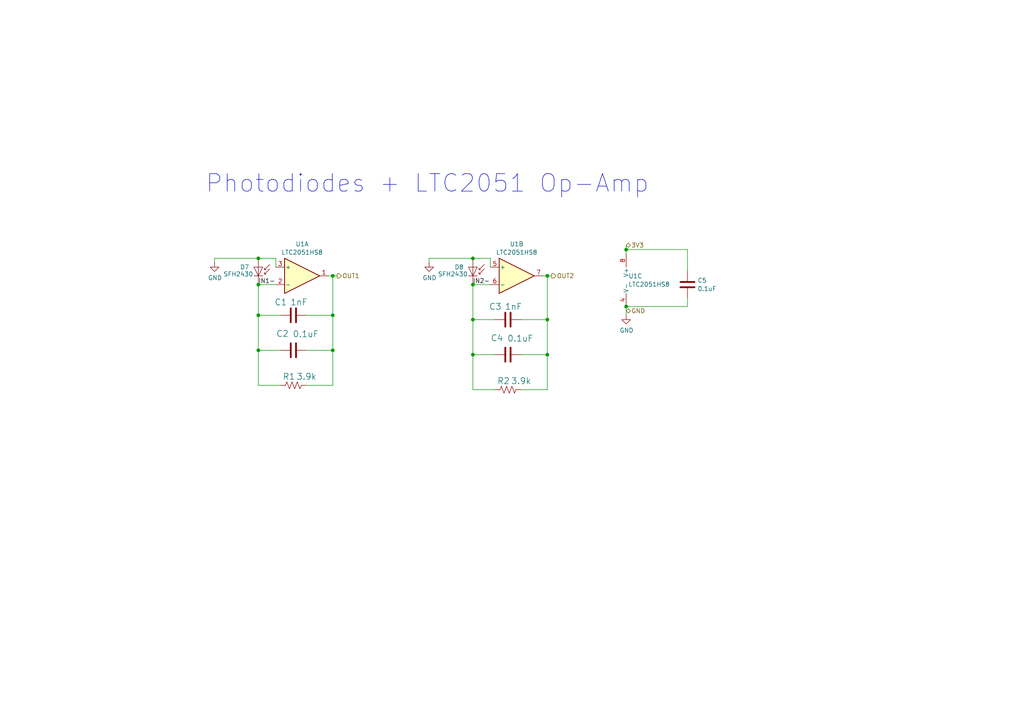
<source format=kicad_sch>
(kicad_sch (version 20250114) (generator "eeschema") (generator_version "9.0")
  (paper "A4")
  (title_block (title "Z+ Panel") (date "2025-04-07") (rev "2.4") (company "Stanford Student Space Initiative") (comment 1 "Kaitlyn Letherer"))
  (lib_symbols
    (symbol "Device:C" (pin_numbers (hide yes)) (pin_names (offset 0.254))
      (property "Reference" "C" (at 0.635 2.54 0))
      (property "Value" "C" (at 0.635 -2.54 0))
      (symbol "C_0_1"
        (polyline (pts (xy -2.032 0.762) (xy 2.032 0.762)) (stroke (width 0.508)))
        (polyline (pts (xy -2.032 -0.762) (xy 2.032 -0.762)) (stroke (width 0.508)))
      )
      (symbol "C_1_1"
        (pin passive line (at 0 3.81 270) (length 2.794) (name "~") (number "1"))
        (pin passive line (at 0 -3.81 90) (length 2.794) (name "~") (number "2"))
      )
    )
    (symbol "Device:R_US" (pin_numbers (hide yes)) (pin_names (offset 0))
      (property "Reference" "R" (at 2.54 0 90))
      (property "Value" "R_US" (at -2.54 0 90))
      (symbol "R_US_0_1"
        (polyline (pts (xy 0 2.286) (xy 0 2.54)))
        (polyline (pts (xy 0 2.286) (xy 1.016 1.905) (xy 0 1.524) (xy -1.016 1.143) (xy 0 0.762)))
        (polyline (pts (xy 0 0.762) (xy 1.016 0.381) (xy 0 0) (xy -1.016 -0.381) (xy 0 -0.762)))
        (polyline (pts (xy 0 -0.762) (xy 1.016 -1.143) (xy 0 -1.524) (xy -1.016 -1.905) (xy 0 -2.286)))
        (polyline (pts (xy 0 -2.286) (xy 0 -2.54)))
      )
      (symbol "R_US_1_1"
        (pin passive line (at 0 3.81 270) (length 1.27) (name "~") (number "1"))
        (pin passive line (at 0 -3.81 90) (length 1.27) (name "~") (number "2"))
      )
    )
    (symbol "Sensor_Optical:SFH2430" (pin_numbers (hide yes)) (pin_names (offset 1.016) (hide yes))
      (property "Reference" "D" (at 0.508 1.778 0))
      (property "Value" "SFH2430" (at -1.016 -2.794 0))
      (symbol "SFH2430_0_1"
        (polyline (pts (xy -2.54 1.27) (xy -2.54 -1.27)) (stroke (width 0.1524)))
        (polyline (pts (xy -2.032 1.778) (xy -1.524 1.778)))
        (polyline (pts (xy -0.508 3.302) (xy -2.032 1.778) (xy -2.032 2.286)))
        (polyline (pts (xy 0 1.27) (xy -2.54 0) (xy 0 -1.27)))
        (polyline (pts (xy 0 0) (xy -2.54 0)))
        (polyline (pts (xy 0 -1.27) (xy 0 1.27)))
        (polyline (pts (xy 0.762 3.302) (xy -0.762 1.778) (xy -0.762 2.286) (xy -0.762 1.778) (xy -0.254 1.778)))
      )
      (symbol "SFH2430_1_1"
        (pin passive line (at -5.08 0 0) (length 2.54) (name "K") (number "1"))
        (pin passive line (at 2.54 0 180) (length 2.54) (name "A") (number "2"))
      )
    )
    (symbol "power:GND" (power) (pin_numbers (hide yes)) (pin_names (offset 0) (hide yes))
      (property "Value" "GND" (at 0 -3.81 0))
      (symbol "GND_0_1"
        (polyline (pts (xy 0 0) (xy 0 -1.27) (xy 1.27 -1.27) (xy 0 -2.54) (xy -1.27 -1.27) (xy 0 -1.27)))
      )
      (symbol "GND_1_1"
        (pin power_in line (at 0 0 270) (length 0) (name "~") (number "1"))
      )
    )
    (symbol "ssi_IC:LTC2051HS8" (pin_names (offset 0.127))
      (property "Reference" "U" (at 5.08 7.62 0))
      (property "Value" "LTC2051HS8" (at 5.08 5.08 0))
      (symbol "LTC2051HS8_1_1"
        (polyline (pts (xy -5.08 5.08) (xy -5.08 -5.08) (xy 5.08 0) (xy -5.08 5.08)) (stroke (width 0.254)) (fill (type background)))
        (pin input line (at -7.62 2.54 0) (length 2.54) (name "+") (number "3"))
        (pin input line (at -7.62 -2.54 0) (length 2.54) (name "-") (number "2"))
        (pin output line (at 7.62 0 180) (length 2.54) (name "~") (number "1"))
      )
      (symbol "LTC2051HS8_2_1"
        (polyline (pts (xy -5.08 5.08) (xy -5.08 -5.08) (xy 5.08 0) (xy -5.08 5.08)) (stroke (width 0.254)) (fill (type background)))
        (pin input line (at -7.62 2.54 0) (length 2.54) (name "+") (number "5"))
        (pin input line (at -7.62 -2.54 0) (length 2.54) (name "-") (number "6"))
        (pin output line (at 7.62 0 180) (length 2.54) (name "~") (number "7"))
      )
      (symbol "LTC2051HS8_3_1"
        (pin power_in line (at -2.54 7.62 270) (length 3.81) (name "V+") (number "8"))
        (pin power_in line (at -2.54 -7.62 90) (length 3.81) (name "V-") (number "4"))
      )
    )
  )
  (text "Photodiodes + LTC2051 Op-Amp" (at 123.952 53.34 0) (effects (font (size 5.08 5.08))))
  (junction (at 137.16 102.87))
  (junction (at 137.16 82.55))
  (junction (at 96.52 80.01))
  (junction (at 74.93 82.55))
  (junction (at 74.93 101.6))
  (junction (at 181.61 72.39))
  (junction (at 137.16 74.93))
  (junction (at 158.75 92.71))
  (junction (at 74.93 74.93))
  (junction (at 96.52 101.6))
  (junction (at 137.16 92.71))
  (junction (at 181.61 88.9))
  (junction (at 158.75 102.87))
  (junction (at 74.93 91.44))
  (junction (at 96.52 91.44))
  (junction (at 158.75 80.01))
  (wire (pts (xy 74.93 101.6) (xy 74.93 111.76)))
  (wire (pts (xy 74.93 91.44) (xy 74.93 101.6)))
  (wire (pts (xy 157.48 80.01) (xy 158.75 80.01)))
  (wire (pts (xy 74.93 74.93) (xy 80.01 74.93)))
  (wire (pts (xy 62.23 74.93) (xy 74.93 74.93)))
  (wire (pts (xy 137.16 92.71) (xy 137.16 102.87)))
  (wire (pts (xy 96.52 101.6) (xy 96.52 111.76)))
  (wire (pts (xy 88.9 111.76) (xy 96.52 111.76)))
  (wire (pts (xy 124.46 74.93) (xy 124.46 76.2)))
  (wire (pts (xy 74.93 82.55) (xy 80.01 82.55)))
  (wire (pts (xy 137.16 102.87) (xy 143.51 102.87)))
  (wire (pts (xy 158.75 92.71) (xy 158.75 102.87)))
  (wire (pts (xy 199.39 78.74) (xy 199.39 72.39)))
  (wire (pts (xy 151.13 92.71) (xy 158.75 92.71)))
  (wire (pts (xy 151.13 113.03) (xy 158.75 113.03)))
  (wire (pts (xy 124.46 74.93) (xy 137.16 74.93)))
  (wire (pts (xy 199.39 88.9) (xy 181.61 88.9)))
  (wire (pts (xy 158.75 102.87) (xy 158.75 113.03)))
  (wire (pts (xy 80.01 77.47) (xy 80.01 74.93)))
  (wire (pts (xy 199.39 72.39) (xy 181.61 72.39)))
  (wire (pts (xy 151.13 102.87) (xy 158.75 102.87)))
  (wire (pts (xy 88.9 101.6) (xy 96.52 101.6)))
  (wire (pts (xy 142.24 77.47) (xy 142.24 74.93)))
  (wire (pts (xy 137.16 113.03) (xy 143.51 113.03)))
  (wire (pts (xy 74.93 91.44) (xy 81.28 91.44)))
  (wire (pts (xy 181.61 88.9) (xy 181.61 91.44)))
  (wire (pts (xy 137.16 74.93) (xy 142.24 74.93)))
  (wire (pts (xy 137.16 82.55) (xy 142.24 82.55)))
  (wire (pts (xy 158.75 80.01) (xy 160.02 80.01)))
  (wire (pts (xy 96.52 91.44) (xy 96.52 101.6)))
  (wire (pts (xy 74.93 101.6) (xy 81.28 101.6)))
  (wire (pts (xy 96.52 80.01) (xy 97.79 80.01)))
  (wire (pts (xy 137.16 82.55) (xy 137.16 92.71)))
  (wire (pts (xy 199.39 86.36) (xy 199.39 88.9)))
  (wire (pts (xy 74.93 82.55) (xy 74.93 91.44)))
  (wire (pts (xy 96.52 80.01) (xy 96.52 91.44)))
  (wire (pts (xy 158.75 80.01) (xy 158.75 92.71)))
  (wire (pts (xy 62.23 74.93) (xy 62.23 76.2)))
  (wire (pts (xy 137.16 92.71) (xy 143.51 92.71)))
  (wire (pts (xy 95.25 80.01) (xy 96.52 80.01)))
  (wire (pts (xy 181.61 71.12) (xy 181.61 72.39)))
  (wire (pts (xy 74.93 111.76) (xy 81.28 111.76)))
  (wire (pts (xy 88.9 91.44) (xy 96.52 91.44)))
  (wire (pts (xy 137.16 102.87) (xy 137.16 113.03)))
  (wire (pts (xy 181.61 72.39) (xy 181.61 73.66)))
  (label "IN1-" (at 74.93 82.55 0))
  (label "IN2-" (at 137.16 82.55 0))
  (hierarchical_label "GND" (shape bidirectional) (at 181.61 90.17 0))
  (hierarchical_label "3V3" (shape bidirectional) (at 181.61 71.12 0))
  (hierarchical_label "OUT1" (shape output) (at 97.79 80.01 0))
  (hierarchical_label "OUT2" (shape output) (at 160.02 80.01 0))
  (symbol (lib_id "power:GND") (at 62.23 76.2 0) (unit 1)
    (property "Reference" "#PWR041" (effects (hide yes)))
    (property "Value" "GND" (at 62.357 80.5942 0))
  )
  (symbol (lib_id "Device:C") (at 85.09 91.44 90) (unit 1)
    (property "Reference" "C1" (at 83.3374 86.6394 90) (effects (font (size 1.778 1.778)) (justify left bottom)))
    (property "Value" "1nF" (at 89.2556 86.6394 90) (effects (font (size 1.778 1.778)) (justify left bottom)))
    (property "Footprint" "Capacitor_SMD:C_0603_1608Metric" (effects (hide yes)))
    (property "Description" "Unpolarized capacitor" (effects (hide yes)))
  )
  (symbol (lib_id "ssi_IC:LTC2051HS8") (at 184.15 81.28 0) (unit 3)
    (property "Reference" "U1" (at 182.245 80.0678 0) (effects (justify left)))
    (property "Value" "LTC2051HS8" (at 182.245 82.4921 0) (effects (justify left)))
    (property "Footprint" "ssi_IC:LTC2051HS8_PBF" (effects (hide yes)))
    (property "Datasheet" "https://www.analog.com/media/en/technical-documentation/data-sheets/20512fd.pdf" (effects (hide yes)))
    (property "Description" "Dual 5V, Zero-Drift, Operational Amplifier, SO-8" (effects (hide yes)))
  )
  (symbol (lib_id "Device:R_US") (at 85.09 111.76 90) (unit 1)
    (property "Reference" "R1" (at 83.82 109.22 90) (effects (font (size 1.778 1.778))))
    (property "Value" "3.9k" (at 88.9 109.22 90) (effects (font (size 1.778 1.778))))
    (property "Footprint" "Resistor_SMD:R_0603_1608Metric" (effects (hide yes)))
  )
  (symbol (lib_id "Device:R_US") (at 147.32 113.03 90) (unit 1)
    (property "Reference" "R2" (at 146.05 110.49 90) (effects (font (size 1.778 1.778))))
    (property "Value" "3.9k" (at 151.13 110.49 90) (effects (font (size 1.778 1.778))))
    (property "Footprint" "Resistor_SMD:R_0603_1608Metric" (effects (hide yes)))
  )
  (symbol (lib_id "power:GND") (at 124.46 76.2 0) (unit 1)
    (property "Reference" "#PWR043" (effects (hide yes)))
    (property "Value" "GND" (at 124.587 80.5942 0))
  )
  (symbol (lib_id "Sensor_Optical:SFH2430") (at 137.16 77.47 270) (mirror x) (unit 1)
    (property "Reference" "D8" (at 131.826 77.47 90) (effects (justify left)))
    (property "Value" "SFH2430" (at 127 79.502 90) (effects (justify left)))
    (property "Footprint" "ssi_diode:SFH2430" (effects (hide yes)))
    (property "Datasheet" "https://dammedia.osram.info/media/resource/hires/osram-dam-5467144/SFH%202430_EN.pdf" (effects (hide yes)))
  )
  (symbol (lib_id "Device:C") (at 199.39 82.55 0) (unit 1)
    (property "Reference" "C5" (at 202.311 81.3378 0) (effects (justify left)))
    (property "Value" "0.1uF" (at 202.311 83.7621 0) (effects (justify left)))
    (property "Footprint" "Capacitor_SMD:C_0603_1608Metric" (effects (hide yes)))
    (property "Description" "Unpolarized capacitor" (effects (hide yes)))
  )
  (symbol (lib_id "Device:C") (at 85.09 101.6 90) (unit 1)
    (property "Reference" "C2" (at 83.82 95.758 90) (effects (font (size 1.778 1.778)) (justify left bottom)))
    (property "Value" "0.1uF" (at 92.5068 95.8596 90) (effects (font (size 1.778 1.778)) (justify left bottom)))
    (property "Footprint" "Capacitor_SMD:C_0603_1608Metric" (effects (hide yes)))
    (property "Description" "Unpolarized capacitor" (effects (hide yes)))
  )
  (symbol (lib_id "Device:C") (at 147.32 102.87 90) (unit 1)
    (property "Reference" "C4" (at 146.05 97.028 90) (effects (font (size 1.778 1.778)) (justify left bottom)))
    (property "Value" "0.1uF" (at 154.7368 97.1296 90) (effects (font (size 1.778 1.778)) (justify left bottom)))
    (property "Footprint" "Capacitor_SMD:C_0603_1608Metric" (effects (hide yes)))
    (property "Description" "Unpolarized capacitor" (effects (hide yes)))
  )
  (symbol (lib_id "ssi_IC:LTC2051HS8") (at 149.86 80.01 0) (unit 2)
    (property "Reference" "U1" (at 149.86 70.7855 0))
    (property "Value" "LTC2051HS8" (at 149.86 73.2098 0))
    (property "Footprint" "ssi_IC:LTC2051HS8_PBF" (effects (hide yes)))
    (property "Datasheet" "https://www.analog.com/media/en/technical-documentation/data-sheets/20512fd.pdf" (effects (hide yes)))
    (property "Description" "Dual 5V, Zero-Drift, Operational Amplifier, SO-8" (effects (hide yes)))
  )
  (symbol (lib_id "ssi_IC:LTC2051HS8") (at 87.63 80.01 0) (unit 1)
    (property "Reference" "U1" (at 87.63 70.7855 0))
    (property "Value" "LTC2051HS8" (at 87.63 73.2098 0))
    (property "Footprint" "ssi_IC:LTC2051HS8_PBF" (effects (hide yes)))
    (property "Datasheet" "https://www.analog.com/media/en/technical-documentation/data-sheets/20512fd.pdf" (effects (hide yes)))
    (property "Description" "Dual 5V, Zero-Drift, Operational Amplifier, SO-8" (effects (hide yes)))
  )
  (symbol (lib_id "Sensor_Optical:SFH2430") (at 74.93 77.47 270) (mirror x) (unit 1)
    (property "Reference" "D7" (at 69.596 77.47 90) (effects (justify left)))
    (property "Value" "SFH2430" (at 64.77 79.502 90) (effects (justify left)))
    (property "Footprint" "ssi_diode:SFH2430" (effects (hide yes)))
    (property "Datasheet" "https://dammedia.osram.info/media/resource/hires/osram-dam-5467144/SFH%202430_EN.pdf" (effects (hide yes)))
  )
  (symbol (lib_id "Device:C") (at 147.32 92.71 90) (unit 1)
    (property "Reference" "C3" (at 145.5674 87.9094 90) (effects (font (size 1.778 1.778)) (justify left bottom)))
    (property "Value" "1nF" (at 151.4856 87.9094 90) (effects (font (size 1.778 1.778)) (justify left bottom)))
    (property "Footprint" "Capacitor_SMD:C_0603_1608Metric" (effects (hide yes)))
    (property "Description" "Unpolarized capacitor" (effects (hide yes)))
  )
  (symbol (lib_id "power:GND") (at 181.61 91.44 0) (unit 1)
    (property "Reference" "#PWR040" (effects (hide yes)))
    (property "Value" "GND" (at 181.737 95.8342 0))
  )
)
</source>
